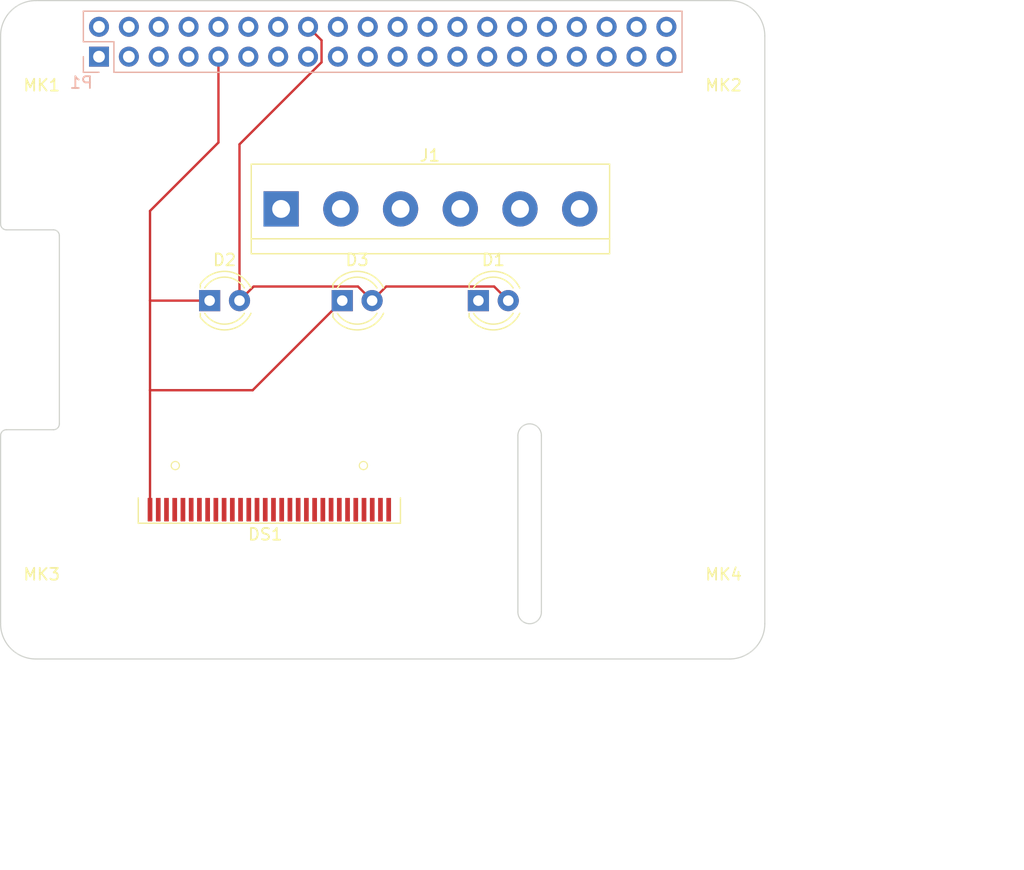
<source format=kicad_pcb>
(kicad_pcb (version 20211014) (generator pcbnew)
  (title_block (date "15 nov 2012"))
  (layers (0 "F.Cu" signal) (31 "B.Cu" signal) (34 "B.Paste" user) (35 "F.Paste" user) (36 "B.SilkS" user "B.Silkscreen") (37 "F.SilkS" user "F.Silkscreen") (38 "B.Mask" user) (39 "F.Mask" user) (44 "Edge.Cuts" user))
  (net 0 "")
  (net 1 "+3V3")
  (net 2 "+5V")
  (net 3 "GND")
  (net 4 "/ID_SD")
  (net 5 "/ID_SC")
  (net 6 "/GPIO5")
  (net 7 "/GPIO6")
  (net 8 "/GPIO26")
  (net 9 "/GPIO2(SDA1)")
  (net 10 "/GPIO3(SCL1)")
  (net 11 "/GPIO4(GCLK)")
  (net 12 "/GPIO14(TXD0)")
  (net 13 "/GPIO15(RXD0)")
  (net 14 "/GPIO17(GEN0)")
  (net 15 "/GPIO27(GEN2)")
  (net 16 "/GPIO22(GEN3)")
  (net 17 "/GPIO23(GEN4)")
  (net 18 "/GPIO24(GEN5)")
  (net 19 "/GPIO25(GEN6)")
  (net 20 "/GPIO18(GEN1)(PWM0)")
  (net 21 "/GPIO10(SPI0_MOSI)")
  (net 22 "/GPIO9(SPI0_MISO)")
  (net 23 "/GPIO11(SPI0_SCK)")
  (net 24 "/GPIO8(SPI0_CE_N)")
  (net 25 "/GPIO7(SPI1_CE_N)")
  (net 26 "/GPIO12(PWM0)")
  (net 27 "/GPIO13(PWM1)")
  (net 28 "/GPIO19(SPI1_MISO)")
  (net 29 "/GPIO16")
  (net 30 "/GPIO20(SPI1_MOSI)")
  (net 31 "/GPIO21(SPI1_SCK)")
  (net 58 "Net-(DS1-Pad8)")
  (net 59 "Net-(DS1-Pad29)")
  (footprint "MountingHole:MountingHole_2.7mm_M2.5" (layer "F.Cu") (at 203.5 97.5 180)
    (fp_text reference "MK1" (at 0 -3.7 180) (layer "F.SilkS"))
    (fp_text value "M2.5")
    (pad "" np_thru_hole circle locked (at 0 0 180) (size 2.7 2.7) (drill 2.7) (layers *.Cu *.Mask))
  )
  (footprint "MountingHole:MountingHole_2.7mm_M2.5" (layer "F.Cu") (at 261.5 97.5 180)
    (fp_text reference "MK2" (at 0 -3.7 180) (layer "F.SilkS"))
    (fp_text value "M2.5")
    (pad "" np_thru_hole circle locked (at 0 0 180) (size 2.7 2.7) (drill 2.7) (layers *.Cu *.Mask))
  )
  (footprint "MountingHole:MountingHole_2.7mm_M2.5" (layer "F.Cu") (at 203.5 146.5)
    (fp_text reference "MK3" (at 0 -3.7) (layer "F.SilkS"))
    (fp_text value "M2.5")
    (pad "" np_thru_hole circle locked (at 0 0) (size 2.7 2.7) (drill 2.7) (layers *.Cu *.Mask))
  )
  (footprint "MountingHole:MountingHole_2.7mm_M2.5" (layer "F.Cu") (at 261.5 146.5)
    (fp_text reference "MK4" (at 0 -3.7) (layer "F.SilkS"))
    (fp_text value "M2.5")
    (pad "" np_thru_hole circle locked (at 0 0) (size 2.7 2.7) (drill 2.7) (layers *.Cu *.Mask))
  )
  (footprint "Display:OLED-128O064D" (layer "F.Cu") (at 222.86 137.3)
    (fp_text reference "DS1" (at -0.35 2.1) (layer "F.SilkS"))
    (fp_text value "OLED-128O064D")
    (fp_line (start 11.15 1.15) (end 11.15 -1) (layer "F.SilkS") (width 0.12))
    (fp_line (start -11.15 -1) (end -11.15 1.15) (layer "F.SilkS") (width 0.12))
    (fp_line (start -11.15 1.15) (end 11.15 1.15) (layer "F.SilkS") (width 0.12))
    (fp_circle (center 8 -3.75) (end 8.35 -3.75) (layer "F.SilkS") (width 0.1) (fill none))
    (fp_circle (center -8 -3.75) (end -7.65 -3.75) (layer "F.SilkS") (width 0.1) (fill none))
    (pad "1" smd rect (at -10.15 0) (size 0.4 2) (layers "F.Cu" "F.Paste" "F.Mask") (net 3 "GND"))
    (pad "2" smd rect (at -9.45 0) (size 0.4 2) (layers "F.Cu" "F.Paste" "F.Mask"))
    (pad "3" smd rect (at -8.75 0) (size 0.4 2) (layers "F.Cu" "F.Paste" "F.Mask"))
    (pad "4" smd rect (at -8.05 0) (size 0.4 2) (layers "F.Cu" "F.Paste" "F.Mask"))
    (pad "5" smd rect (at -7.35 0) (size 0.4 2) (layers "F.Cu" "F.Paste" "F.Mask"))
    (pad "6" smd rect (at -6.65 0) (size 0.4 2) (layers "F.Cu" "F.Paste" "F.Mask"))
    (pad "7" smd rect (at -5.95 0) (size 0.4 2) (layers "F.Cu" "F.Paste" "F.Mask"))
    (pad "8" smd rect (at -5.25 0) (size 0.4 2) (layers "F.Cu" "F.Paste" "F.Mask") (net 58 "Net-(DS1-Pad8)"))
    (pad "9" smd rect (at -4.55 0) (size 0.4 2) (layers "F.Cu" "F.Paste" "F.Mask"))
    (pad "10" smd rect (at -3.85 0) (size 0.4 2) (layers "F.Cu" "F.Paste" "F.Mask"))
    (pad "11" smd rect (at -3.15 0) (size 0.4 2) (layers "F.Cu" "F.Paste" "F.Mask"))
    (pad "12" smd rect (at -2.45 0) (size 0.4 2) (layers "F.Cu" "F.Paste" "F.Mask"))
    (pad "13" smd rect (at -1.75 0) (size 0.4 2) (layers "F.Cu" "F.Paste" "F.Mask"))
    (pad "14" smd rect (at -1.05 0) (size 0.4 2) (layers "F.Cu" "F.Paste" "F.Mask"))
    (pad "15" smd rect (at -0.35 0) (size 0.4 2) (layers "F.Cu" "F.Paste" "F.Mask"))
    (pad "16" smd rect (at 0.35 0) (size 0.4 2) (layers "F.Cu" "F.Paste" "F.Mask"))
    (pad "17" smd rect (at 1.05 0) (size 0.4 2) (layers "F.Cu" "F.Paste" "F.Mask"))
    (pad "18" smd rect (at 1.75 0) (size 0.4 2) (layers "F.Cu" "F.Paste" "F.Mask"))
    (pad "19" smd rect (at 2.45 0) (size 0.4 2) (layers "F.Cu" "F.Paste" "F.Mask"))
    (pad "20" smd rect (at 3.15 0) (size 0.4 2) (layers "F.Cu" "F.Paste" "F.Mask"))
    (pad "21" smd rect (at 3.85 0) (size 0.4 2) (layers "F.Cu" "F.Paste" "F.Mask"))
    (pad "22" smd rect (at 4.55 0) (size 0.4 2) (layers "F.Cu" "F.Paste" "F.Mask"))
    (pad "23" smd rect (at 5.25 0) (size 0.4 2) (layers "F.Cu" "F.Paste" "F.Mask"))
    (pad "24" smd rect (at 5.95 0) (size 0.4 2) (layers "F.Cu" "F.Paste" "F.Mask"))
    (pad "25" smd rect (at 6.65 0) (size 0.4 2) (layers "F.Cu" "F.Paste" "F.Mask"))
    (pad "26" smd rect (at 7.35 0) (size 0.4 2) (layers "F.Cu" "F.Paste" "F.Mask"))
    (pad "27" smd rect (at 8.05 0) (size 0.4 2) (layers "F.Cu" "F.Paste" "F.Mask"))
    (pad "28" smd rect (at 8.75 0) (size 0.4 2) (layers "F.Cu" "F.Paste" "F.Mask"))
    (pad "29" smd rect (at 9.45 0) (size 0.4 2) (layers "F.Cu" "F.Paste" "F.Mask") (net 59 "Net-(DS1-Pad29)"))
    (pad "30" smd rect (at 10.15 0) (size 0.4 2) (layers "F.Cu" "F.Paste" "F.Mask") (net 3 "GND"))
  )
  (footprint "LED_THT:LED_D4.0mm" (layer "F.Cu") (at 229.06 119.52)
    (fp_text reference "D3" (at 1.27 -3.46) (layer "F.SilkS"))
    (fp_text value "LED")
    (fp_line (start -0.79 -1.399) (end -0.79 -1.08) (layer "F.SilkS") (width 0.12))
    (fp_line (start -0.79 1.08) (end -0.79 1.399) (layer "F.SilkS") (width 0.12))
    (fp_arc (start 3.513242 1.080724) (mid 1.453519 2.483228) (end -0.79 1.398749) (layer "F.SilkS") (width 0.12))
    (fp_arc (start 2.952713 1.080961) (mid 1.269429 2) (end -0.41333 1.08) (layer "F.SilkS") (width 0.12))
    (fp_arc (start -0.41333 -1.08) (mid 1.269429 -2) (end 2.952713 -1.080961) (layer "F.SilkS") (width 0.12))
    (fp_arc (start -0.79 -1.398749) (mid 1.453519 -2.483228) (end 3.513242 -1.080724) (layer "F.SilkS") (width 0.12))
    (pad "1" thru_hole rect (at 0 0) (size 1.8 1.8) (drill 0.9) (layers *.Cu *.Mask) (net 3 "GND"))
    (pad "2" thru_hole circle (at 2.54 0) (size 1.8 1.8) (drill 0.9) (layers *.Cu *.Mask) (net 17 "/GPIO23(GEN4)"))
  )
  (footprint "TerminalBlock:TerminalBlock_bornier-6_P5.08mm" (layer "F.Cu") (at 223.86 111.72)
    (fp_text reference "J1" (at 12.65 -4.55) (layer "F.SilkS"))
    (fp_text value "Conn_01x10_Male")
    (fp_line (start 27.94 3.81) (end 27.94 -3.81) (layer "F.SilkS") (width 0.12))
    (fp_line (start -2.54 -3.81) (end -2.54 3.81) (layer "F.SilkS") (width 0.12))
    (fp_line (start -2.54 3.81) (end 27.94 3.81) (layer "F.SilkS") (width 0.12))
    (fp_line (start -2.54 2.54) (end 27.94 2.54) (layer "F.SilkS") (width 0.12))
    (fp_line (start -2.54 -3.81) (end 27.94 -3.81) (layer "F.SilkS") (width 0.12))
    (pad "1" thru_hole rect (at 0 0) (size 3 3) (drill 1.52) (layers *.Cu *.Mask) (net 58 "Net-(DS1-Pad8)"))
    (pad "2" thru_hole circle (at 5.08 0) (size 3 3) (drill 1.52) (layers *.Cu *.Mask) (net 59 "Net-(DS1-Pad29)"))
    (pad "3" thru_hole circle (at 10.16 0) (size 3 3) (drill 1.52) (layers *.Cu *.Mask))
    (pad "4" thru_hole circle (at 15.24 0) (size 3 3) (drill 1.52) (layers *.Cu *.Mask))
    (pad "5" thru_hole circle (at 20.32 0) (size 3 3) (drill 1.52) (layers *.Cu *.Mask))
    (pad "6" thru_hole circle (at 25.4 0) (size 3 3) (drill 1.52) (layers *.Cu *.Mask))
  )
  (footprint "LED_THT:LED_D4.0mm" (layer "F.Cu") (at 240.64 119.52)
    (fp_text reference "D1" (at 1.27 -3.46) (layer "F.SilkS"))
    (fp_text value "LED")
    (fp_line (start -0.79 1.08) (end -0.79 1.399) (layer "F.SilkS") (width 0.12))
    (fp_line (start -0.79 -1.399) (end -0.79 -1.08) (layer "F.SilkS") (width 0.12))
    (fp_arc (start 3.513242 1.080724) (mid 1.453519 2.483228) (end -0.79 1.398749) (layer "F.SilkS") (width 0.12))
    (fp_arc (start -0.41333 -1.08) (mid 1.269429 -2) (end 2.952713 -1.080961) (layer "F.SilkS") (width 0.12))
    (fp_arc (start -0.79 -1.398749) (mid 1.453519 -2.483228) (end 3.513242 -1.080724) (layer "F.SilkS") (width 0.12))
    (fp_arc (start 2.952713 1.080961) (mid 1.269429 2) (end -0.41333 1.08) (layer "F.SilkS") (width 0.12))
    (pad "1" thru_hole rect (at 0 0) (size 1.8 1.8) (drill 0.9) (layers *.Cu *.Mask) (net 3 "GND"))
    (pad "2" thru_hole circle (at 2.54 0) (size 1.8 1.8) (drill 0.9) (layers *.Cu *.Mask) (net 17 "/GPIO23(GEN4)"))
  )
  (footprint "LED_THT:LED_D4.0mm" (layer "F.Cu") (at 217.78 119.52)
    (fp_text reference "D2" (at 1.27 -3.46) (layer "F.SilkS"))
    (fp_text value "LED")
    (fp_line (start -0.79 -1.399) (end -0.79 -1.08) (layer "F.SilkS") (width 0.12))
    (fp_line (start -0.79 1.08) (end -0.79 1.399) (layer "F.SilkS") (width 0.12))
    (fp_arc (start -0.79 -1.398749) (mid 1.453519 -2.483228) (end 3.513242 -1.080724) (layer "F.SilkS") (width 0.12))
    (fp_arc (start 2.952713 1.080961) (mid 1.269429 2) (end -0.41333 1.08) (layer "F.SilkS") (width 0.12))
    (fp_arc (start 3.513242 1.080724) (mid 1.453519 2.483228) (end -0.79 1.398749) (layer "F.SilkS") (width 0.12))
    (fp_arc (start -0.41333 -1.08) (mid 1.269429 -2) (end 2.952713 -1.080961) (layer "F.SilkS") (width 0.12))
    (pad "1" thru_hole rect (at 0 0) (size 1.8 1.8) (drill 0.9) (layers *.Cu *.Mask) (net 3 "GND"))
    (pad "2" thru_hole circle (at 2.54 0) (size 1.8 1.8) (drill 0.9) (layers *.Cu *.Mask) (net 17 "/GPIO23(GEN4)"))
  )
  (footprint "Connector_PinSocket_2.54mm:PinSocket_2x20_P2.54mm_Vertical" (layer "B.Cu") (at 208.37 98.77 -90)
    (fp_text reference "P1" (at 2.208 1.512) (layer "B.SilkS") (effects (justify mirror)))
    (fp_text value "Conn_02x20_Odd_Even")
    (fp_line (start -3.87 -49.59) (end 1.33 -49.59) (layer "B.SilkS") (width 0.12))
    (fp_line (start 1.33 -1.27) (end 1.33 -49.59) (layer "B.SilkS") (width 0.12))
    (fp_line (start 0 1.33) (end 1.33 1.33) (layer "B.SilkS") (width 0.12))
    (fp_line (start -3.87 1.33) (end -1.27 1.33) (layer "B.SilkS") (width 0.12))
    (fp_line (start 1.33 1.33) (end 1.33 0) (layer "B.SilkS") (width 0.12))
    (fp_line (start -1.27 1.33) (end -1.27 -1.27) (layer "B.SilkS") (width 0.12))
    (fp_line (start -1.27 -1.27) (end 1.33 -1.27) (layer "B.SilkS") (width 0.12))
    (fp_line (start -3.87 1.33) (end -3.87 -49.59) (layer "B.SilkS") (width 0.12))
    (pad "1" thru_hole rect locked (at 0 0 270) (size 1.7 1.7) (drill 1) (layers *.Cu *.Mask) (net 1 "+3V3"))
    (pad "2" thru_hole oval locked (at -2.54 0 270) (size 1.7 1.7) (drill 1) (layers *.Cu *.Mask) (net 2 "+5V"))
    (pad "3" thru_hole oval locked (at 0 -2.54 270) (size 1.7 1.7) (drill 1) (layers *.Cu *.Mask) (net 9 "/GPIO2(SDA1)"))
    (pad "4" thru_hole oval locked (at -2.54 -2.54 270) (size 1.7 1.7) (drill 1) (layers *.Cu *.Mask) (net 2 "+5V"))
    (pad "5" thru_hole oval locked (at 0 -5.08 270) (size 1.7 1.7) (drill 1) (layers *.Cu *.Mask) (net 10 "/GPIO3(SCL1)"))
    (pad "6" thru_hole oval locked (at -2.54 -5.08 270) (size 1.7 1.7) (drill 1) (layers *.Cu *.Mask) (net 3 "GND"))
    (pad "7" thru_hole oval locked (at 0 -7.62 270) (size 1.7 1.7) (drill 1) (layers *.Cu *.Mask) (net 11 "/GPIO4(GCLK)"))
    (pad "8" thru_hole oval locked (at -2.54 -7.62 270) (size 1.7 1.7) (drill 1) (layers *.Cu *.Mask) (net 12 "/GPIO14(TXD0)"))
    (pad "9" thru_hole oval locked (at 0 -10.16 270) (size 1.7 1.7) (drill 1) (layers *.Cu *.Mask) (net 3 "GND"))
    (pad "10" thru_hole oval locked (at -2.54 -10.16 270) (size 1.7 1.7) (drill 1) (layers *.Cu *.Mask) (net 13 "/GPIO15(RXD0)"))
    (pad "11" thru_hole oval locked (at 0 -12.7 270) (size 1.7 1.7) (drill 1) (layers *.Cu *.Mask) (net 14 "/GPIO17(GEN0)"))
    (pad "12" thru_hole oval locked (at -2.54 -12.7 270) (size 1.7 1.7) (drill 1) (layers *.Cu *.Mask) (net 20 "/GPIO18(GEN1)(PWM0)"))
    (pad "13" thru_hole oval locked (at 0 -15.24 270) (size 1.7 1.7) (drill 1) (layers *.Cu *.Mask) (net 15 "/GPIO27(GEN2)"))
    (pad "14" thru_hole oval locked (at -2.54 -15.24 270) (size 1.7 1.7) (drill 1) (layers *.Cu *.Mask) (net 3 "GND"))
    (pad "15" thru_hole oval locked (at 0 -17.78 270) (size 1.7 1.7) (drill 1) (layers *.Cu *.Mask) (net 16 "/GPIO22(GEN3)"))
    (pad "16" thru_hole oval locked (at -2.54 -17.78 270) (size 1.7 1.7) (drill 1) (layers *.Cu *.Mask) (net 17 "/GPIO23(GEN4)"))
    (pad "17" thru_hole oval locked (at 0 -20.32 270) (size 1.7 1.7) (drill 1) (layers *.Cu *.Mask) (net 1 "+3V3"))
    (pad "18" thru_hole oval locked (at -2.54 -20.32 270) (size 1.7 1.7) (drill 1) (layers *.Cu *.Mask) (net 18 "/GPIO24(GEN5)"))
    (pad "19" thru_hole oval locked (at 0 -22.86 270) (size 1.7 1.7) (drill 1) (layers *.Cu *.Mask) (net 21 "/GPIO10(SPI0_MOSI)"))
    (pad "20" thru_hole oval locked (at -2.54 -22.86 270) (size 1.7 1.7) (drill 1) (layers *.Cu *.Mask) (net 3 "GND"))
    (pad "21" thru_hole oval locked (at 0 -25.4 270) (size 1.7 1.7) (drill 1) (layers *.Cu *.Mask) (net 22 "/GPIO9(SPI0_MISO)"))
    (pad "22" thru_hole oval locked (at -2.54 -25.4 270) (size 1.7 1.7) (drill 1) (layers *.Cu *.Mask) (net 19 "/GPIO25(GEN6)"))
    (pad "23" thru_hole oval locked (at 0 -27.94 270) (size 1.7 1.7) (drill 1) (layers *.Cu *.Mask) (net 23 "/GPIO11(SPI0_SCK)"))
    (pad "24" thru_hole oval locked (at -2.54 -27.94 270) (size 1.7 1.7) (drill 1) (layers *.Cu *.Mask) (net 24 "/GPIO8(SPI0_CE_N)"))
    (pad "25" thru_hole oval locked (at 0 -30.48 270) (size 1.7 1.7) (drill 1) (layers *.Cu *.Mask) (net 3 "GND"))
    (pad "26" thru_hole oval locked (at -2.54 -30.48 270) (size 1.7 1.7) (drill 1) (layers *.Cu *.Mask) (net 25 "/GPIO7(SPI1_CE_N)"))
    (pad "27" thru_hole oval locked (at 0 -33.02 270) (size 1.7 1.7) (drill 1) (layers *.Cu *.Mask) (net 4 "/ID_SD"))
    (pad "28" thru_hole oval locked (at -2.54 -33.02 270) (size 1.7 1.7) (drill 1) (layers *.Cu *.Mask) (net 5 "/ID_SC"))
    (pad "29" thru_hole oval locked (at 0 -35.56 270) (size 1.7 1.7) (drill 1) (layers *.Cu *.Mask) (net 6 "/GPIO5"))
    (pad "30" thru_hole oval locked (at -2.54 -35.56 270) (size 1.7 1.7) (drill 1) (layers *.Cu *.Mask) (net 3 "GND"))
    (pad "31" thru_hole oval locked (at 0 -38.1 270) (size 1.7 1.7) (drill 1) (layers *.Cu *.Mask) (net 7 "/GPIO6"))
    (pad "32" thru_hole oval locked (at -2.54 -38.1 270) (size 1.7 1.7) (drill 1) (layers *.Cu *.Mask) (net 26 "/GPIO12(PWM0)"))
    (pad "33" thru_hole oval locked (at 0 -40.64 270) (size 1.7 1.7) (drill 1) (layers *.Cu *.Mask) (net 27 "/GPIO13(PWM1)"))
    (pad "34" thru_hole oval locked (at -2.54 -40.64 270) (size 1.7 1.7) (drill 1) (layers *.Cu *.Mask) (net 3 "GND"))
    (pad "35" thru_hole oval locked (at 0 -43.18 270) (size 1.7 1.7) (drill 1) (layers *.Cu *.Mask) (net 28 "/GPIO19(SPI1_MISO)"))
    (pad "36" thru_hole oval locked (at -2.54 -43.18 270) (size 1.7 1.7) (drill 1) (layers *.Cu *.Mask) (net 29 "/GPIO16"))
    (pad "37" thru_hole oval locked (at 0 -45.72 270) (size 1.7 1.7) (drill 1) (layers *.Cu *.Mask) (net 8 "/GPIO26"))
    (pad "38" thru_hole oval locked (at -2.54 -45.72 270) (size 1.7 1.7) (drill 1) (layers *.Cu *.Mask) (net 30 "/GPIO20(SPI1_MOSI)"))
    (pad "39" thru_hole oval locked (at 0 -48.26 270) (size 1.7 1.7) (drill 1) (layers *.Cu *.Mask) (net 3 "GND"))
    (pad "40" thru_hole oval locked (at -2.54 -48.26 270) (size 1.7 1.7) (drill 1) (layers *.Cu *.Mask) (net 31 "/GPIO21(SPI1_SCK)"))
  )
  (gr_arc (start 244 131) (mid 245 130) (end 246 131) (layer "Edge.Cuts") (width 0.1))
  (gr_arc (start 262 94) (mid 264.12132 94.87868) (end 265 97) (layer "Edge.Cuts") (width 0.1))
  (gr_line (start 204.5 130.5) (end 200.5 130.5) (layer "Edge.Cuts") (width 0.1))
  (gr_line (start 200 131) (end 200 147) (layer "Edge.Cuts") (width 0.1))
  (gr_line (start 205 114) (end 205 130) (layer "Edge.Cuts") (width 0.1))
  (gr_line (start 262 94) (end 203 94) (layer "Edge.Cuts") (width 0.1))
  (gr_arc (start 200 131) (mid 200.146138 130.646755) (end 200.499127 130.500001) (layer "Edge.Cuts") (width 0.1))
  (gr_line (start 246 131) (end 246 146) (layer "Edge.Cuts") (width 0.1))
  (gr_arc (start 205 130) (mid 204.853553 130.353553) (end 204.5 130.5) (layer "Edge.Cuts") (width 0.1))
  (gr_line (start 203 150) (end 262 150) (layer "Edge.Cuts") (width 0.1))
  (gr_arc (start 200 97) (mid 200.87868 94.87868) (end 203 94) (layer "Edge.Cuts") (width 0.1))
  (gr_arc (start 200.5 113.5) (mid 200.146447 113.353553) (end 200 113) (layer "Edge.Cuts") (width 0.1))
  (gr_arc (start 246 146) (mid 245 147) (end 244 146) (layer "Edge.Cuts") (width 0.1))
  (gr_arc (start 203 150) (mid 200.87868 149.12132) (end 200 147) (layer "Edge.Cuts") (width 0.1))
  (gr_arc (start 204.5 113.5) (mid 204.853553 113.646447) (end 205 114) (layer "Edge.Cuts") (width 0.1))
  (gr_arc (start 265 147) (mid 264.12132 149.12132) (end 262 150) (layer "Edge.Cuts") (width 0.1))
  (gr_line (start 265 147) (end 265 97) (layer "Edge.Cuts") (width 0.1))
  (gr_line (start 200 97) (end 200 113) (layer "Edge.Cuts") (width 0.1))
  (gr_line (start 200.5 113.5) (end 204.5 113.5) (layer "Edge.Cuts") (width 0.1))
  (gr_line (start 244 146) (end 244 131) (layer "Edge.Cuts") (width 0.1))
  (segment (start 229.06 119.52) (end 221.44 127.14) (width 0.2) (layer "F.Cu") (net 3))
  (segment (start 212.72 119.52) (end 212.71 119.51) (width 0.2) (layer "F.Cu") (net 3))
  (segment (start 212.71 111.89) (end 212.71 119.51) (width 0.2) (layer "F.Cu") (net 3))
  (segment (start 212.71 119.51) (end 212.71 137.3) (width 0.2) (layer "F.Cu") (net 3))
  (segment (start 221.44 127.14) (end 212.7 127.14) (width 0.2) (layer "F.Cu") (net 3))
  (segment (start 218.53 98.77) (end 218.53 106.07) (width 0.2) (layer "F.Cu") (net 3))
  (segment (start 218.53 106.07) (end 212.71 111.89) (width 0.2) (layer "F.Cu") (net 3))
  (segment (start 217.78 119.52) (end 212.72 119.52) (width 0.2) (layer "F.Cu") (net 3))
  (segment (start 231.6 119.52) (end 230.400489 118.320489) (width 0.2) (layer "F.Cu") (net 17))
  (segment (start 220.32 119.52) (end 220.32 106.225655) (width 0.2) (layer "F.Cu") (net 17))
  (segment (start 230.400489 118.320489) (end 221.519511 118.320489) (width 0.2) (layer "F.Cu") (net 17))
  (segment (start 243.18 119.52) (end 241.980489 118.320489) (width 0.2) (layer "F.Cu") (net 17))
  (segment (start 232.799511 118.320489) (end 231.6 119.52) (width 0.2) (layer "F.Cu") (net 17))
  (segment (start 241.980489 118.320489) (end 232.799511 118.320489) (width 0.2) (layer "F.Cu") (net 17))
  (segment (start 220.32 106.225655) (end 227.299511 99.246144) (width 0.2) (layer "F.Cu") (net 17))
  (segment (start 227.299511 97.379511) (end 226.15 96.23) (width 0.2) (layer "F.Cu") (net 17))
  (segment (start 221.519511 118.320489) (end 220.32 119.52) (width 0.2) (layer "F.Cu") (net 17))
  (segment (start 227.299511 99.246144) (end 227.299511 97.379511) (width 0.2) (layer "F.Cu") (net 17))
)
</source>
